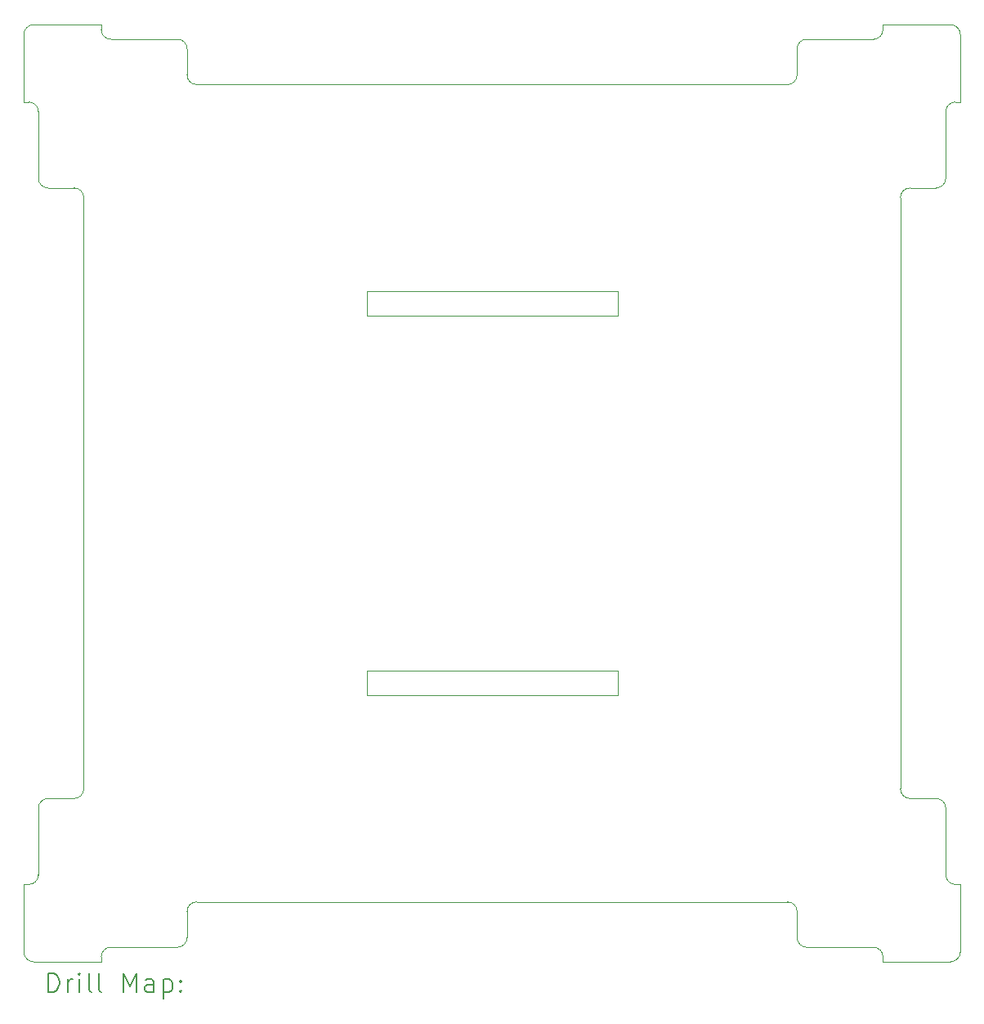
<source format=gbr>
%FSLAX45Y45*%
G04 Gerber Fmt 4.5, Leading zero omitted, Abs format (unit mm)*
G04 Created by KiCad (PCBNEW (6.0.5-0)) date 2023-03-07 01:44:10*
%MOMM*%
%LPD*%
G01*
G04 APERTURE LIST*
%TA.AperFunction,Profile*%
%ADD10C,0.100000*%
%TD*%
%ADD11C,0.200000*%
G04 APERTURE END LIST*
D10*
X7520000Y-13010000D02*
G75*
G03*
X7620000Y-12910000I0J100000D01*
G01*
X7250000Y-13010000D02*
G75*
G03*
X7150000Y-13110000I0J-100000D01*
G01*
X16180000Y-6690000D02*
G75*
G03*
X16080000Y-6790000I0J-100000D01*
G01*
X16700000Y-5800000D02*
X16700000Y-5100000D01*
X16700000Y-5800000D02*
X16650000Y-5800000D01*
X8690000Y-5520000D02*
G75*
G03*
X8790000Y-5620000I100000J0D01*
G01*
X15900000Y-5000000D02*
X16600000Y-5000000D01*
X16550000Y-13800000D02*
G75*
G03*
X16650000Y-13900000I100000J0D01*
G01*
X7000000Y-14600000D02*
G75*
G03*
X7100000Y-14700000I100000J0D01*
G01*
X14910000Y-14080000D02*
X8790000Y-14080000D01*
X16600000Y-14700000D02*
G75*
G03*
X16700000Y-14600000I0J100000D01*
G01*
X7900000Y-14550000D02*
G75*
G03*
X7800000Y-14650000I0J-100000D01*
G01*
X15900000Y-14650000D02*
G75*
G03*
X15800000Y-14550000I-100000J0D01*
G01*
X7000000Y-13900000D02*
X7000000Y-14600000D01*
X16550000Y-13110000D02*
G75*
G03*
X16450000Y-13010000I-100000J0D01*
G01*
X7050000Y-5800000D02*
X7000000Y-5800000D01*
X15010000Y-14180000D02*
X15010000Y-14450000D01*
X8790000Y-5620000D02*
X14910000Y-5620000D01*
X7150000Y-6590000D02*
G75*
G03*
X7250000Y-6690000I100000J0D01*
G01*
X7800000Y-14700000D02*
X7100000Y-14700000D01*
X16600000Y-14700000D02*
X15900000Y-14700000D01*
X16650000Y-13900000D02*
X16700000Y-13900000D01*
X15800000Y-5150000D02*
G75*
G03*
X15900000Y-5050000I0J100000D01*
G01*
X16080000Y-6790000D02*
X16080000Y-12910000D01*
X8590000Y-14550000D02*
X7900000Y-14550000D01*
X7520000Y-13010000D02*
X7250000Y-13010000D01*
X16550000Y-5900000D02*
X16550000Y-6590000D01*
X15010000Y-5520000D02*
X15010000Y-5250000D01*
X14910000Y-5620000D02*
G75*
G03*
X15010000Y-5520000I0J100000D01*
G01*
X8690000Y-14180000D02*
X8690000Y-14450000D01*
X15800000Y-14550000D02*
X15110000Y-14550000D01*
X8790000Y-14080000D02*
G75*
G03*
X8690000Y-14180000I0J-100000D01*
G01*
X10549958Y-11685036D02*
X13149963Y-11685036D01*
X13149963Y-11685036D02*
X13149963Y-11938987D01*
X13149963Y-11938987D02*
X10549958Y-11938987D01*
X10549958Y-11938987D02*
X10549958Y-11685036D01*
X7520000Y-6690000D02*
X7250000Y-6690000D01*
X10550000Y-8015000D02*
X13150113Y-8015000D01*
X13150113Y-8015000D02*
X13150113Y-7761130D01*
X13150113Y-7761130D02*
X10550000Y-7761130D01*
X10550000Y-7761130D02*
X10550000Y-8015000D01*
X7800000Y-5050000D02*
G75*
G03*
X7900000Y-5150000I100000J0D01*
G01*
X16180000Y-13010000D02*
X16450000Y-13010000D01*
X16700000Y-5100000D02*
G75*
G03*
X16600000Y-5000000I-100000J0D01*
G01*
X7900000Y-5150000D02*
X8590000Y-5150000D01*
X7150000Y-13110000D02*
X7150000Y-13800000D01*
X16180000Y-6690000D02*
X16450000Y-6690000D01*
X15900000Y-5000000D02*
X15900000Y-5050000D01*
X8590000Y-14550000D02*
G75*
G03*
X8690000Y-14450000I0J100000D01*
G01*
X7800000Y-5050000D02*
X7800000Y-5000000D01*
X7000000Y-13900000D02*
X7050000Y-13900000D01*
X7150000Y-5900000D02*
G75*
G03*
X7050000Y-5800000I-100000J0D01*
G01*
X16080000Y-12910000D02*
G75*
G03*
X16180000Y-13010000I100000J0D01*
G01*
X16650000Y-5800000D02*
G75*
G03*
X16550000Y-5900000I0J-100000D01*
G01*
X7620000Y-12910000D02*
X7620000Y-6790000D01*
X8690000Y-5520000D02*
X8690000Y-5250000D01*
X7000000Y-5100000D02*
X7000000Y-5800000D01*
X15800000Y-5150000D02*
X15110000Y-5150000D01*
X7150000Y-5900000D02*
X7150000Y-6590000D01*
X8690000Y-5250000D02*
G75*
G03*
X8590000Y-5150000I-100000J0D01*
G01*
X16450000Y-6690000D02*
G75*
G03*
X16550000Y-6590000I0J100000D01*
G01*
X15010000Y-14180000D02*
G75*
G03*
X14910000Y-14080000I-100000J0D01*
G01*
X15900000Y-14650000D02*
X15900000Y-14700000D01*
X7050000Y-13900000D02*
G75*
G03*
X7150000Y-13800000I0J100000D01*
G01*
X15010000Y-14450000D02*
G75*
G03*
X15110000Y-14550000I100000J0D01*
G01*
X15110000Y-5150000D02*
G75*
G03*
X15010000Y-5250000I0J-100000D01*
G01*
X16550000Y-13110000D02*
X16550000Y-13800000D01*
X7100000Y-5000000D02*
G75*
G03*
X7000000Y-5100000I0J-100000D01*
G01*
X7800000Y-5000000D02*
X7100000Y-5000000D01*
X16700000Y-13900000D02*
X16700000Y-14600000D01*
X7620000Y-6790000D02*
G75*
G03*
X7520000Y-6690000I-100000J0D01*
G01*
X7800000Y-14700000D02*
X7800000Y-14650000D01*
D11*
X7252619Y-15015476D02*
X7252619Y-14815476D01*
X7300238Y-14815476D01*
X7328809Y-14825000D01*
X7347857Y-14844048D01*
X7357381Y-14863095D01*
X7366905Y-14901190D01*
X7366905Y-14929762D01*
X7357381Y-14967857D01*
X7347857Y-14986905D01*
X7328809Y-15005952D01*
X7300238Y-15015476D01*
X7252619Y-15015476D01*
X7452619Y-15015476D02*
X7452619Y-14882143D01*
X7452619Y-14920238D02*
X7462143Y-14901190D01*
X7471667Y-14891667D01*
X7490714Y-14882143D01*
X7509762Y-14882143D01*
X7576428Y-15015476D02*
X7576428Y-14882143D01*
X7576428Y-14815476D02*
X7566905Y-14825000D01*
X7576428Y-14834524D01*
X7585952Y-14825000D01*
X7576428Y-14815476D01*
X7576428Y-14834524D01*
X7700238Y-15015476D02*
X7681190Y-15005952D01*
X7671667Y-14986905D01*
X7671667Y-14815476D01*
X7805000Y-15015476D02*
X7785952Y-15005952D01*
X7776428Y-14986905D01*
X7776428Y-14815476D01*
X8033571Y-15015476D02*
X8033571Y-14815476D01*
X8100238Y-14958333D01*
X8166905Y-14815476D01*
X8166905Y-15015476D01*
X8347857Y-15015476D02*
X8347857Y-14910714D01*
X8338333Y-14891667D01*
X8319286Y-14882143D01*
X8281190Y-14882143D01*
X8262143Y-14891667D01*
X8347857Y-15005952D02*
X8328809Y-15015476D01*
X8281190Y-15015476D01*
X8262143Y-15005952D01*
X8252619Y-14986905D01*
X8252619Y-14967857D01*
X8262143Y-14948809D01*
X8281190Y-14939286D01*
X8328809Y-14939286D01*
X8347857Y-14929762D01*
X8443095Y-14882143D02*
X8443095Y-15082143D01*
X8443095Y-14891667D02*
X8462143Y-14882143D01*
X8500238Y-14882143D01*
X8519286Y-14891667D01*
X8528810Y-14901190D01*
X8538333Y-14920238D01*
X8538333Y-14977381D01*
X8528810Y-14996428D01*
X8519286Y-15005952D01*
X8500238Y-15015476D01*
X8462143Y-15015476D01*
X8443095Y-15005952D01*
X8624048Y-14996428D02*
X8633571Y-15005952D01*
X8624048Y-15015476D01*
X8614524Y-15005952D01*
X8624048Y-14996428D01*
X8624048Y-15015476D01*
X8624048Y-14891667D02*
X8633571Y-14901190D01*
X8624048Y-14910714D01*
X8614524Y-14901190D01*
X8624048Y-14891667D01*
X8624048Y-14910714D01*
M02*

</source>
